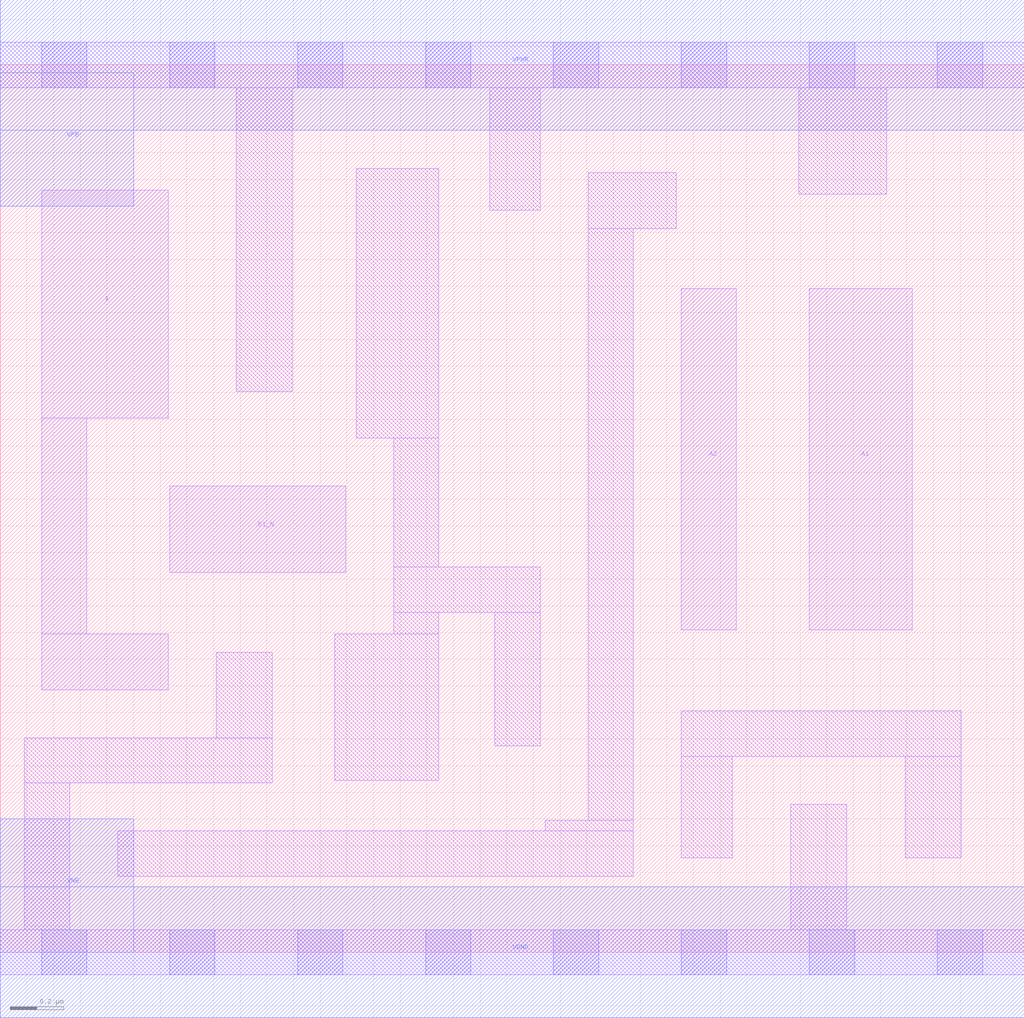
<source format=lef>
# Copyright 2020 The SkyWater PDK Authors
#
# Licensed under the Apache License, Version 2.0 (the "License");
# you may not use this file except in compliance with the License.
# You may obtain a copy of the License at
#
#     https://www.apache.org/licenses/LICENSE-2.0
#
# Unless required by applicable law or agreed to in writing, software
# distributed under the License is distributed on an "AS IS" BASIS,
# WITHOUT WARRANTIES OR CONDITIONS OF ANY KIND, either express or implied.
# See the License for the specific language governing permissions and
# limitations under the License.
#
# SPDX-License-Identifier: Apache-2.0

VERSION 5.5 ;
NAMESCASESENSITIVE ON ;
BUSBITCHARS "[]" ;
DIVIDERCHAR "/" ;
MACRO sky130_fd_sc_lp__o21ba_m
  CLASS CORE ;
  SOURCE USER ;
  ORIGIN  0.000000  0.000000 ;
  SIZE  3.840000 BY  3.330000 ;
  SYMMETRY X Y R90 ;
  SITE unit ;
  PIN A1
    ANTENNAGATEAREA  0.126000 ;
    DIRECTION INPUT ;
    USE SIGNAL ;
    PORT
      LAYER li1 ;
        RECT 3.035000 1.210000 3.420000 2.490000 ;
    END
  END A1
  PIN A2
    ANTENNAGATEAREA  0.126000 ;
    DIRECTION INPUT ;
    USE SIGNAL ;
    PORT
      LAYER li1 ;
        RECT 2.555000 1.210000 2.760000 2.490000 ;
    END
  END A2
  PIN B1_N
    ANTENNAGATEAREA  0.315000 ;
    DIRECTION INPUT ;
    USE SIGNAL ;
    PORT
      LAYER li1 ;
        RECT 0.635000 1.425000 1.295000 1.750000 ;
    END
  END B1_N
  PIN X
    ANTENNADIFFAREA  0.222600 ;
    DIRECTION OUTPUT ;
    USE SIGNAL ;
    PORT
      LAYER li1 ;
        RECT 0.155000 0.985000 0.630000 1.195000 ;
        RECT 0.155000 1.195000 0.325000 2.005000 ;
        RECT 0.155000 2.005000 0.630000 2.860000 ;
    END
  END X
  PIN VGND
    DIRECTION INOUT ;
    USE GROUND ;
    PORT
      LAYER met1 ;
        RECT 0.000000 -0.245000 3.840000 0.245000 ;
    END
  END VGND
  PIN VNB
    DIRECTION INOUT ;
    USE GROUND ;
    PORT
      LAYER met1 ;
        RECT 0.000000 0.000000 0.500000 0.500000 ;
    END
  END VNB
  PIN VPB
    DIRECTION INOUT ;
    USE POWER ;
    PORT
      LAYER met1 ;
        RECT 0.000000 2.800000 0.500000 3.300000 ;
    END
  END VPB
  PIN VPWR
    DIRECTION INOUT ;
    USE POWER ;
    PORT
      LAYER met1 ;
        RECT 0.000000 3.085000 3.840000 3.575000 ;
    END
  END VPWR
  OBS
    LAYER li1 ;
      RECT 0.000000 -0.085000 3.840000 0.085000 ;
      RECT 0.000000  3.245000 3.840000 3.415000 ;
      RECT 0.090000  0.085000 0.260000 0.635000 ;
      RECT 0.090000  0.635000 1.020000 0.805000 ;
      RECT 0.440000  0.285000 2.375000 0.455000 ;
      RECT 0.810000  0.805000 1.020000 1.125000 ;
      RECT 0.885000  2.105000 1.095000 3.245000 ;
      RECT 1.255000  0.645000 1.645000 1.195000 ;
      RECT 1.335000  1.930000 1.645000 2.940000 ;
      RECT 1.475000  1.195000 1.645000 1.275000 ;
      RECT 1.475000  1.275000 2.025000 1.445000 ;
      RECT 1.475000  1.445000 1.645000 1.930000 ;
      RECT 1.835000  2.785000 2.025000 3.245000 ;
      RECT 1.855000  0.775000 2.025000 1.275000 ;
      RECT 2.045000  0.455000 2.375000 0.495000 ;
      RECT 2.205000  0.495000 2.375000 2.715000 ;
      RECT 2.205000  2.715000 2.535000 2.925000 ;
      RECT 2.555000  0.355000 2.745000 0.735000 ;
      RECT 2.555000  0.735000 3.605000 0.905000 ;
      RECT 2.965000  0.085000 3.175000 0.555000 ;
      RECT 2.995000  2.845000 3.325000 3.245000 ;
      RECT 3.395000  0.355000 3.605000 0.735000 ;
    LAYER mcon ;
      RECT 0.155000 -0.085000 0.325000 0.085000 ;
      RECT 0.155000  3.245000 0.325000 3.415000 ;
      RECT 0.635000 -0.085000 0.805000 0.085000 ;
      RECT 0.635000  3.245000 0.805000 3.415000 ;
      RECT 1.115000 -0.085000 1.285000 0.085000 ;
      RECT 1.115000  3.245000 1.285000 3.415000 ;
      RECT 1.595000 -0.085000 1.765000 0.085000 ;
      RECT 1.595000  3.245000 1.765000 3.415000 ;
      RECT 2.075000 -0.085000 2.245000 0.085000 ;
      RECT 2.075000  3.245000 2.245000 3.415000 ;
      RECT 2.555000 -0.085000 2.725000 0.085000 ;
      RECT 2.555000  3.245000 2.725000 3.415000 ;
      RECT 3.035000 -0.085000 3.205000 0.085000 ;
      RECT 3.035000  3.245000 3.205000 3.415000 ;
      RECT 3.515000 -0.085000 3.685000 0.085000 ;
      RECT 3.515000  3.245000 3.685000 3.415000 ;
  END
END sky130_fd_sc_lp__o21ba_m
END LIBRARY

</source>
